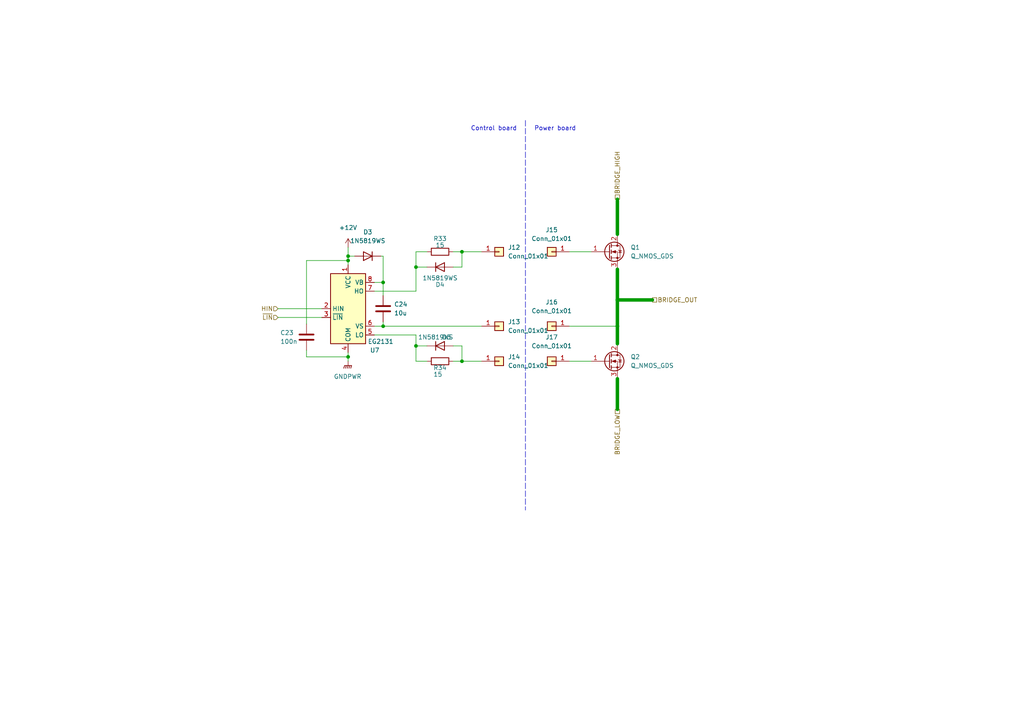
<source format=kicad_sch>
(kicad_sch (version 20211123) (generator eeschema)
  (paper "A4")
  (lib_symbols
    (symbol "Connector_Generic:Conn_01x01" (pin_names (offset 1.016) hide)
      (property "Reference" "J" (at 0 2.54 0))
      (property "Value" "Conn_01x01" (at 0 -2.54 0))
      (symbol "Conn_01x01_1_1"
        (rectangle (start -1.27 0.127) (end 0 -0.127) (stroke (width 0.1524)))
        (rectangle (start -1.27 1.27) (end 1.27 -1.27) (stroke (width 0.254)) (fill (type background)))
        (pin passive line (at -5.08 0 0) (length 3.81) (name "Pin_1") (number "1"))
      )
    )
    (symbol "Device:C" (pin_numbers hide) (pin_names (offset 0.254))
      (property "Reference" "C" (at 0.635 2.54 0))
      (property "Value" "C" (at 0.635 -2.54 0))
      (symbol "C_0_1"
        (polyline (pts (xy -2.032 -0.762) (xy 2.032 -0.762)) (stroke (width 0.508)))
        (polyline (pts (xy -2.032 0.762) (xy 2.032 0.762)) (stroke (width 0.508)))
      )
      (symbol "C_1_1"
        (pin passive line (at 0 3.81 270) (length 2.794) (name "~") (number "1"))
        (pin passive line (at 0 -3.81 90) (length 2.794) (name "~") (number "2"))
      )
    )
    (symbol "Device:D" (pin_numbers hide) (pin_names (offset 1.016) hide)
      (property "Reference" "D" (at 0 2.54 0))
      (property "Value" "D" (at 0 -2.54 0))
      (symbol "D_0_1"
        (polyline (pts (xy -1.27 1.27) (xy -1.27 -1.27)) (stroke (width 0.254)))
        (polyline (pts (xy 1.27 0) (xy -1.27 0)))
        (polyline (pts (xy 1.27 1.27) (xy 1.27 -1.27) (xy -1.27 0) (xy 1.27 1.27)) (stroke (width 0.254)))
      )
      (symbol "D_1_1"
        (pin passive line (at -3.81 0 0) (length 2.54) (name "K") (number "1"))
        (pin passive line (at 3.81 0 180) (length 2.54) (name "A") (number "2"))
      )
    )
    (symbol "Device:Q_NMOS_GDS" (pin_names (offset 0) hide)
      (property "Reference" "Q" (at 5.08 1.27 0))
      (property "Value" "Q_NMOS_GDS" (at 5.08 -1.27 0))
      (symbol "Q_NMOS_GDS_0_1"
        (polyline (pts (xy 0.254 0) (xy -2.54 0)))
        (polyline (pts (xy 0.254 1.905) (xy 0.254 -1.905)) (stroke (width 0.254)))
        (polyline (pts (xy 0.762 -1.27) (xy 0.762 -2.286)) (stroke (width 0.254)))
        (polyline (pts (xy 0.762 0.508) (xy 0.762 -0.508)) (stroke (width 0.254)))
        (polyline (pts (xy 0.762 2.286) (xy 0.762 1.27)) (stroke (width 0.254)))
        (polyline (pts (xy 2.54 2.54) (xy 2.54 1.778)))
        (polyline (pts (xy 2.54 -2.54) (xy 2.54 0) (xy 0.762 0)))
        (polyline (pts (xy 0.762 -1.778) (xy 3.302 -1.778) (xy 3.302 1.778) (xy 0.762 1.778)))
        (polyline (pts (xy 1.016 0) (xy 2.032 0.381) (xy 2.032 -0.381) (xy 1.016 0)) (fill (type outline)))
        (polyline (pts (xy 2.794 0.508) (xy 2.921 0.381) (xy 3.683 0.381) (xy 3.81 0.254)))
        (polyline (pts (xy 3.302 0.381) (xy 2.921 -0.254) (xy 3.683 -0.254) (xy 3.302 0.381)))
        (circle (center 1.651 0) (radius 2.794) (stroke (width 0.254)))
        (circle (center 2.54 -1.778) (radius 0.254) (fill (type outline)))
        (circle (center 2.54 1.778) (radius 0.254) (fill (type outline)))
      )
      (symbol "Q_NMOS_GDS_1_1"
        (pin input line (at -5.08 0 0) (length 2.54) (name "G") (number "1"))
        (pin passive line (at 2.54 5.08 270) (length 2.54) (name "D") (number "2"))
        (pin passive line (at 2.54 -5.08 90) (length 2.54) (name "S") (number "3"))
      )
    )
    (symbol "Device:R" (pin_numbers hide) (pin_names (offset 0))
      (property "Reference" "R" (at 2.032 0 90))
      (property "Value" "R" (at 0 0 90))
      (symbol "R_0_1"
        (rectangle (start -1.016 -2.54) (end 1.016 2.54) (stroke (width 0.254)))
      )
      (symbol "R_1_1"
        (pin passive line (at 0 3.81 270) (length 1.27) (name "~") (number "1"))
        (pin passive line (at 0 -3.81 90) (length 1.27) (name "~") (number "2"))
      )
    )
    (symbol "Driver_FET:IR2103"
      (property "Reference" "U" (at 1.27 13.335 0))
      (property "Value" "IR2103" (at 1.27 11.43 0))
      (symbol "IR2103_0_1"
        (rectangle (start -5.08 -10.16) (end 5.08 10.16) (stroke (width 0.254)) (fill (type background)))
      )
      (symbol "IR2103_1_1"
        (pin power_in line (at 0 12.7 270) (length 2.54) (name "VCC") (number "1"))
        (pin input line (at -7.62 0 0) (length 2.54) (name "HIN") (number "2"))
        (pin input line (at -7.62 -2.54 0) (length 2.54) (name "~{LIN}") (number "3"))
        (pin power_in line (at 0 -12.7 90) (length 2.54) (name "COM") (number "4"))
        (pin output line (at 7.62 -7.62 180) (length 2.54) (name "LO") (number "5"))
        (pin passive line (at 7.62 -5.08 180) (length 2.54) (name "VS") (number "6"))
        (pin output line (at 7.62 5.08 180) (length 2.54) (name "HO") (number "7"))
        (pin passive line (at 7.62 7.62 180) (length 2.54) (name "VB") (number "8"))
      )
    )
    (symbol "power:+12V" (power) (pin_names (offset 0))
      (property "Value" "+12V" (at 0 3.556 0))
      (symbol "+12V_0_1"
        (polyline (pts (xy -0.762 1.27) (xy 0 2.54)))
        (polyline (pts (xy 0 0) (xy 0 2.54)))
        (polyline (pts (xy 0 2.54) (xy 0.762 1.27)))
      )
      (symbol "+12V_1_1"
        (pin power_in line (at 0 0 90) (length 0) hide (name "+12V") (number "1"))
      )
    )
    (symbol "power:GNDPWR" (power) (pin_names (offset 0))
      (property "Value" "GNDPWR" (at 0 -3.302 0))
      (symbol "GNDPWR_0_1"
        (polyline (pts (xy 0 -1.27) (xy 0 0)))
        (polyline (pts (xy -1.016 -1.27) (xy -1.27 -2.032) (xy -1.27 -2.032)) (stroke (width 0.2032)))
        (polyline (pts (xy -0.508 -1.27) (xy -0.762 -2.032) (xy -0.762 -2.032)) (stroke (width 0.2032)))
        (polyline (pts (xy 0 -1.27) (xy -0.254 -2.032) (xy -0.254 -2.032)) (stroke (width 0.2032)))
        (polyline (pts (xy 0.508 -1.27) (xy 0.254 -2.032) (xy 0.254 -2.032)) (stroke (width 0.2032)))
        (polyline (pts (xy 1.016 -1.27) (xy -1.016 -1.27) (xy -1.016 -1.27)) (stroke (width 0.2032)))
        (polyline (pts (xy 1.016 -1.27) (xy 0.762 -2.032) (xy 0.762 -2.032) (xy 0.762 -2.032)) (stroke (width 0.2032)))
      )
      (symbol "GNDPWR_1_1"
        (pin power_in line (at 0 0 270) (length 0) hide (name "GNDPWR") (number "1"))
      )
    )
  )
  (junction (at 120.65 77.47))
  (junction (at 133.985 73.025))
  (junction (at 111.125 94.615))
  (junction (at 179.07 94.615))
  (junction (at 100.965 103.505))
  (junction (at 179.07 86.995))
  (junction (at 100.965 75.565))
  (junction (at 111.125 81.915))
  (junction (at 100.965 74.295))
  (junction (at 133.985 104.775))
  (junction (at 120.65 100.33))
  (polyline (pts (xy 152.4 34.925) (xy 152.4 147.955)))
  (wire (pts (xy 165.1 94.615) (xy 179.07 94.615)))
  (wire (pts (xy 131.445 77.47) (xy 133.985 77.47)))
  (wire (pts (xy 133.985 73.025) (xy 131.445 73.025)))
  (wire (pts (xy 179.07 86.995) (xy 179.07 94.615)) (stroke (width 1)))
  (wire (pts (xy 133.985 104.775) (xy 139.7 104.775)))
  (wire (pts (xy 133.985 100.33) (xy 133.985 104.775)))
  (wire (pts (xy 179.07 109.855) (xy 179.07 118.745)) (stroke (width 1)))
  (wire (pts (xy 165.1 104.775) (xy 171.45 104.775)))
  (wire (pts (xy 133.985 73.025) (xy 139.7 73.025)))
  (wire (pts (xy 179.07 86.995) (xy 189.23 86.995)) (stroke (width 1)))
  (wire (pts (xy 80.645 89.535) (xy 93.345 89.535)))
  (wire (pts (xy 111.125 81.915) (xy 108.585 81.915)))
  (wire (pts (xy 108.585 97.155) (xy 120.65 97.155)))
  (wire (pts (xy 88.9 93.98) (xy 88.9 75.565)))
  (wire (pts (xy 111.125 74.295) (xy 111.125 81.915)))
  (wire (pts (xy 179.07 94.615) (xy 179.07 99.695)) (stroke (width 1)))
  (wire (pts (xy 133.985 104.775) (xy 131.445 104.775)))
  (wire (pts (xy 80.645 92.075) (xy 93.345 92.075)))
  (wire (pts (xy 120.65 77.47) (xy 120.65 73.025)))
  (wire (pts (xy 108.585 94.615) (xy 111.125 94.615)))
  (wire (pts (xy 111.125 85.725) (xy 111.125 81.915)))
  (wire (pts (xy 88.9 75.565) (xy 100.965 75.565)))
  (wire (pts (xy 110.49 74.295) (xy 111.125 74.295)))
  (wire (pts (xy 133.985 77.47) (xy 133.985 73.025)))
  (wire (pts (xy 120.65 97.155) (xy 120.65 100.33)))
  (wire (pts (xy 88.9 101.6) (xy 88.9 103.505)))
  (wire (pts (xy 111.125 94.615) (xy 139.7 94.615)))
  (wire (pts (xy 100.965 102.235) (xy 100.965 103.505)))
  (wire (pts (xy 120.65 104.775) (xy 123.825 104.775)))
  (wire (pts (xy 131.445 100.33) (xy 133.985 100.33)))
  (wire (pts (xy 179.07 78.105) (xy 179.07 86.995)) (stroke (width 1)))
  (wire (pts (xy 100.965 75.565) (xy 100.965 76.835)))
  (wire (pts (xy 123.825 100.33) (xy 120.65 100.33)))
  (wire (pts (xy 120.65 100.33) (xy 120.65 104.775)))
  (wire (pts (xy 108.585 84.455) (xy 120.65 84.455)))
  (wire (pts (xy 120.65 84.455) (xy 120.65 77.47)))
  (wire (pts (xy 165.1 73.025) (xy 171.45 73.025)))
  (wire (pts (xy 100.965 103.505) (xy 100.965 104.775)))
  (wire (pts (xy 102.87 74.295) (xy 100.965 74.295)))
  (wire (pts (xy 120.65 73.025) (xy 123.825 73.025)))
  (wire (pts (xy 111.125 93.345) (xy 111.125 94.615)))
  (wire (pts (xy 123.825 77.47) (xy 120.65 77.47)))
  (wire (pts (xy 100.965 74.295) (xy 100.965 75.565)))
  (wire (pts (xy 88.9 103.505) (xy 100.965 103.505)))
  (wire (pts (xy 179.07 57.785) (xy 179.07 67.945)) (stroke (width 1)))
  (wire (pts (xy 100.965 71.755) (xy 100.965 74.295)))
  (text "Control board" (at 136.525 38.1 0) (effects (font (size 1.27 1.27)) (justify left bottom)))
  (text "Power board" (at 154.94 38.1 0) (effects (font (size 1.27 1.27)) (justify left bottom)))
  (hierarchical_label "HIN" (shape input) (at 80.645 89.535 180))
  (hierarchical_label "BRIDGE_LOW" (shape passive) (at 179.07 118.745 270))
  (hierarchical_label "~{LIN}" (shape input) (at 80.645 92.075 180))
  (hierarchical_label "BRIDGE_OUT" (shape passive) (at 189.23 86.995 0))
  (hierarchical_label "BRIDGE_HIGH" (shape passive) (at 179.07 57.785 90))
  (symbol (lib_id "power:+12V") (at 100.965 71.755 0) (unit 1)
    (property "Reference" "#PWR0160" (effects hide))
    (property "Value" "+12V" (at 100.965 66.04 0))
  )
  (symbol (lib_id "Connector_Generic:Conn_01x01") (at 160.02 94.615 180) (unit 1) (in_bom no) (on_board no)
    (property "Reference" "J16" (at 160.02 87.63 0))
    (property "Value" "Conn_01x01" (at 160.02 90.17 0))
    (property "Footprint" "Library:SmallPad" (effects hide))
  )
  (symbol (lib_id "Connector_Generic:Conn_01x01") (at 144.78 94.615 0) (unit 1)
    (property "Reference" "J13" (at 147.32 93.3449 0) (effects (justify left)))
    (property "Value" "Conn_01x01" (at 147.32 95.8849 0) (effects (justify left)))
    (property "Footprint" "Library:SmallPin" (effects hide))
  )
  (symbol (lib_id "Device:C") (at 88.9 97.79 0) (unit 1)
    (property "Reference" "C23" (at 81.28 96.52 0) (effects (justify left)))
    (property "Value" "100n" (at 81.28 99.06 0) (effects (justify left)))
    (property "Footprint" "Capacitor_SMD:C_0603_1608Metric" (effects hide))
  )
  (symbol (lib_id "Device:Q_NMOS_GDS") (at 176.53 73.025 0) (unit 1)
    (property "Reference" "Q1" (at 182.88 71.7549 0) (effects (justify left)))
    (property "Value" "Q_NMOS_GDS" (at 182.88 74.2949 0) (effects (justify left)))
    (property "Footprint" "Package_TO_SOT_SMD:TO-252-2" (effects hide))
  )
  (symbol (lib_id "Connector_Generic:Conn_01x01") (at 144.78 73.025 0) (unit 1)
    (property "Reference" "J12" (at 147.32 71.7549 0) (effects (justify left)))
    (property "Value" "Conn_01x01" (at 147.32 74.2949 0) (effects (justify left)))
    (property "Footprint" "Library:SmallPin" (effects hide))
  )
  (symbol (lib_id "Connector_Generic:Conn_01x01") (at 160.02 104.775 180) (unit 1)
    (property "Reference" "J17" (at 160.02 97.79 0))
    (property "Value" "Conn_01x01" (at 160.02 100.33 0))
    (property "Footprint" "Library:SmallPad" (effects hide))
  )
  (symbol (lib_id "Driver_FET:IR2103") (at 100.965 89.535 0) (unit 1)
    (property "Reference" "U7" (at 107.315 101.6 0) (effects (justify left)))
    (property "Value" "EG2131" (at 106.68 99.06 0) (effects (justify left)))
    (property "Footprint" "Package_SO:SOP-8_3.9x4.9mm_P1.27mm" (effects hide))
  )
  (symbol (lib_id "Device:C") (at 111.125 89.535 0) (unit 1)
    (property "Reference" "C24" (at 114.3 88.2649 0) (effects (justify left)))
    (property "Value" "10u" (at 114.3 90.8049 0) (effects (justify left)))
    (property "Footprint" "Capacitor_SMD:C_0805_2012Metric" (effects hide))
  )
  (symbol (lib_id "Device:D") (at 127.635 77.47 0) (unit 1)
    (property "Reference" "D4" (at 127.635 82.55 0))
    (property "Value" "1N5819WS" (at 127.635 80.645 0))
    (property "Footprint" "Diode_SMD:D_SOD-323_HandSoldering" (effects hide))
  )
  (symbol (lib_id "power:GNDPWR") (at 100.965 104.775 0) (unit 1)
    (property "Reference" "#PWR0159" (effects hide))
    (property "Value" "GNDPWR" (at 100.838 109.22 0))
  )
  (symbol (lib_id "Device:Q_NMOS_GDS") (at 176.53 104.775 0) (unit 1)
    (property "Reference" "Q2" (at 182.88 103.5049 0) (effects (justify left)))
    (property "Value" "Q_NMOS_GDS" (at 182.88 106.0449 0) (effects (justify left)))
    (property "Footprint" "Package_TO_SOT_SMD:TO-252-2" (effects hide))
  )
  (symbol (lib_id "Device:D") (at 127.635 100.33 0) (unit 1)
    (property "Reference" "D5" (at 129.54 97.79 0))
    (property "Value" "1N5819WS" (at 126.365 97.79 0))
    (property "Footprint" "Diode_SMD:D_SOD-323_HandSoldering" (effects hide))
  )
  (symbol (lib_id "Connector_Generic:Conn_01x01") (at 160.02 73.025 180) (unit 1) (in_bom no) (on_board no)
    (property "Reference" "J15" (at 160.02 66.675 0))
    (property "Value" "Conn_01x01" (at 160.02 69.215 0))
    (property "Footprint" "Library:SmallPad" (effects hide))
  )
  (symbol (lib_id "Device:D") (at 106.68 74.295 180) (unit 1)
    (property "Reference" "D3" (at 106.68 67.31 0))
    (property "Value" "1N5819WS" (at 106.68 69.85 0))
    (property "Footprint" "Diode_SMD:D_SOD-323_HandSoldering" (effects hide))
  )
  (symbol (lib_id "Device:R") (at 127.635 104.775 90) (unit 1)
    (property "Reference" "R34" (at 127.635 106.68 90))
    (property "Value" "15" (at 127 108.585 90))
    (property "Footprint" "Resistor_SMD:R_0603_1608Metric" (effects hide))
  )
  (symbol (lib_id "Device:R") (at 127.635 73.025 90) (unit 1)
    (property "Reference" "R33" (at 127.635 69.215 90))
    (property "Value" "15" (at 127.635 71.12 90))
    (property "Footprint" "Resistor_SMD:R_0603_1608Metric" (effects hide))
  )
  (symbol (lib_id "Connector_Generic:Conn_01x01") (at 144.78 104.775 0) (unit 1) (in_bom no)
    (property "Reference" "J14" (at 147.32 103.5049 0) (effects (justify left)))
    (property "Value" "Conn_01x01" (at 147.32 106.0449 0) (effects (justify left)))
    (property "Footprint" "Library:SmallPin" (effects hide))
  )
)
</source>
